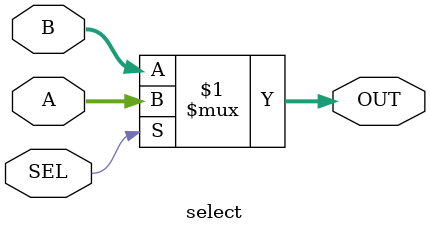
<source format=v>
`timescale 1ns / 1ps 
module select(
           SEL,
           A,
           B,
           OUT
       );
parameter N = 233; //位宽
input SEL;
input [N - 1 : 0] A;
input [N - 1 : 0] B;
output [N - 1 : 0] OUT;

assign OUT = SEL ? A : B;




endmodule

</source>
